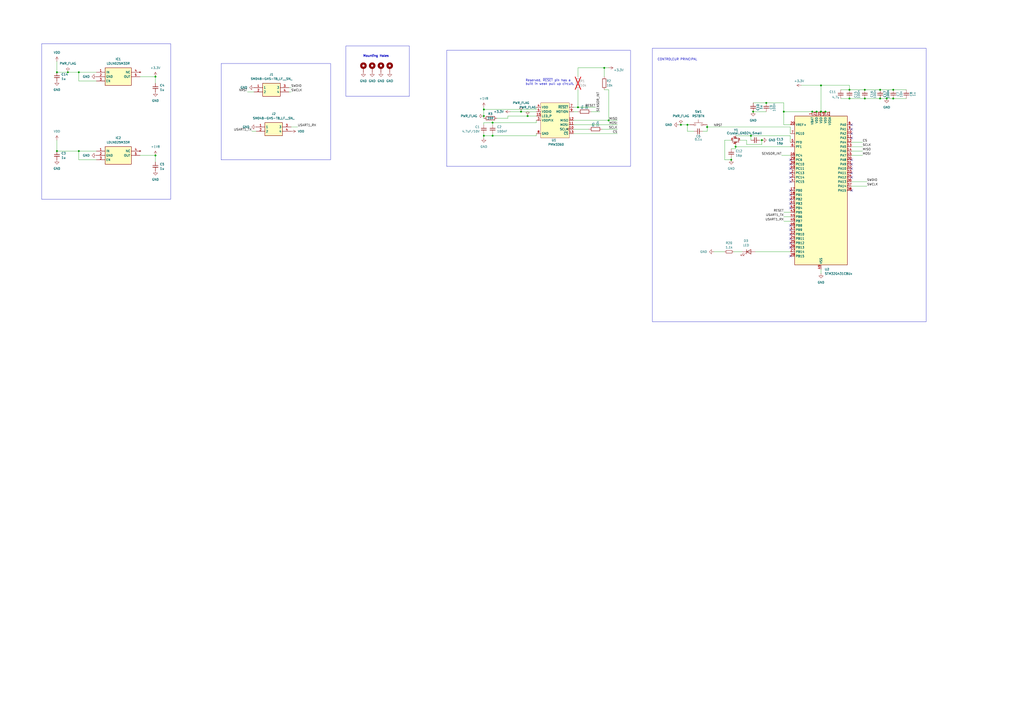
<source format=kicad_sch>
(kicad_sch (version 20250114) (generator "eeschema") (generator_version "9.0")
  (paper "A2")
  (lib_symbols
    (symbol "Device:C_Small" (pin_numbers (hide yes)) (pin_names (offset 0.254) (hide yes))
      (property "Reference" "C" (at 0.254 1.778 0))
      (property "Value" "C_Small" (at 0.254 -2.032 0))
      (symbol "C_Small_0_1"
        (polyline (pts (xy -1.524 0.508) (xy 1.524 0.508)) (stroke (width 0.3048)))
        (polyline (pts (xy -1.524 -0.508) (xy 1.524 -0.508)) (stroke (width 0.3302)))
      )
      (symbol "C_Small_1_1"
        (pin passive line (at 0 2.54 270) (length 2.032) (name "~") (number "1"))
        (pin passive line (at 0 -2.54 90) (length 2.032) (name "~") (number "2"))
      )
    )
    (symbol "Device:Crystal_GND24_Small" (pin_names (offset 1.016) (hide yes))
      (property "Reference" "Y" (at 1.27 4.445 0))
      (property "Value" "Crystal_GND24_Small" (at 1.27 2.54 0))
      (symbol "Crystal_GND24_Small_0_1"
        (polyline (pts (xy -1.27 1.27) (xy -1.27 1.905) (xy 1.27 1.905) (xy 1.27 1.27)))
        (polyline (pts (xy -1.27 -0.762) (xy -1.27 0.762)) (stroke (width 0.381)))
        (polyline (pts (xy -1.27 -1.27) (xy -1.27 -1.905) (xy 1.27 -1.905) (xy 1.27 -1.27)))
        (rectangle (start -0.762 -1.524) (end 0.762 1.524))
        (polyline (pts (xy 1.27 -0.762) (xy 1.27 0.762)) (stroke (width 0.381)))
      )
      (symbol "Crystal_GND24_Small_1_1"
        (pin passive line (at -2.54 0 0) (length 1.27) (name "1") (number "1"))
        (pin passive line (at 0 2.54 270) (length 0.635) (name "4") (number "4"))
        (pin passive line (at 0 -2.54 90) (length 0.635) (name "2") (number "2"))
        (pin passive line (at 2.54 0 180) (length 1.27) (name "3") (number "3"))
      )
    )
    (symbol "Device:LED" (pin_numbers (hide yes)) (pin_names (offset 1.016) (hide yes))
      (property "Reference" "D" (at 0 2.54 0))
      (property "Value" "LED" (at 0 -2.54 0))
      (symbol "LED_0_1"
        (polyline (pts (xy -3.048 -0.762) (xy -4.572 -2.286) (xy -3.81 -2.286) (xy -4.572 -2.286) (xy -4.572 -1.524)))
        (polyline (pts (xy -1.778 -0.762) (xy -3.302 -2.286) (xy -2.54 -2.286) (xy -3.302 -2.286) (xy -3.302 -1.524)))
        (polyline (pts (xy -1.27 0) (xy 1.27 0)))
        (polyline (pts (xy -1.27 -1.27) (xy -1.27 1.27)) (stroke (width 0.254)))
        (polyline (pts (xy 1.27 -1.27) (xy 1.27 1.27) (xy -1.27 0) (xy 1.27 -1.27)) (stroke (width 0.254)))
      )
      (symbol "LED_1_1"
        (pin passive line (at -3.81 0 0) (length 2.54) (name "K") (number "1"))
        (pin passive line (at 3.81 0 180) (length 2.54) (name "A") (number "2"))
      )
    )
    (symbol "Device:R" (pin_numbers (hide yes)) (pin_names (offset 0))
      (property "Reference" "R" (at 2.032 0 90))
      (property "Value" "R" (at 0 0 90))
      (symbol "R_0_1"
        (rectangle (start -1.016 -2.54) (end 1.016 2.54) (stroke (width 0.254)))
      )
      (symbol "R_1_1"
        (pin passive line (at 0 3.81 270) (length 1.27) (name "~") (number "1"))
        (pin passive line (at 0 -3.81 90) (length 1.27) (name "~") (number "2"))
      )
    )
    (symbol "Device:R_Small" (pin_numbers (hide yes)) (pin_names (offset 0.254) (hide yes))
      (property "Reference" "R" (at 0.762 0.508 0))
      (property "Value" "R_Small" (at 0.762 -1.016 0))
      (symbol "R_Small_0_1"
        (rectangle (start -0.762 1.778) (end 0.762 -1.778) (stroke (width 0.2032)))
      )
      (symbol "R_Small_1_1"
        (pin passive line (at 0 2.54 270) (length 0.762) (name "~") (number "1"))
        (pin passive line (at 0 -2.54 90) (length 0.762) (name "~") (number "2"))
      )
    )
    (symbol "GND_1" (power) (pin_numbers (hide yes)) (pin_names (offset 0) (hide yes))
      (property "Value" "GND" (at 0 -3.81 0))
      (symbol "GND_1_0_1"
        (polyline (pts (xy 0 0) (xy 0 -1.27) (xy 1.27 -1.27) (xy 0 -2.54) (xy -1.27 -1.27) (xy 0 -1.27)))
      )
      (symbol "GND_1_1_1"
        (pin power_in line (at 0 0 270) (length 0) (name "~") (number "1"))
      )
    )
    (symbol "Mechanical:MountingHole_Pad" (pin_numbers (hide yes)) (pin_names (offset 1.016) (hide yes))
      (property "Reference" "H" (at 0 6.35 0))
      (property "Value" "MountingHole_Pad" (at 0 4.445 0))
      (symbol "MountingHole_Pad_0_1"
        (circle (center 0 1.27) (radius 1.27) (stroke (width 1.27)))
      )
      (symbol "MountingHole_Pad_1_1"
        (pin input line (at 0 -2.54 90) (length 2.54) (name "1") (number "1"))
      )
    )
    (symbol "PMW3360_PCB:PMW3360DM-T2QU"
      (property "Reference" "U?" (at -6.35 -13.97 0))
      (property "Value" "PMW3360DM-T2QU" (at 1.27 -11.43 0))
      (symbol "PMW3360DM-T2QU_0_1"
        (rectangle (start -7.62 10.16) (end 8.89 -10.16) (fill (type background)))
      )
      (symbol "PMW3360DM-T2QU_1_1"
        (pin power_in line (at -10.16 7.62 0) (length 2.54) (name "VDD") (number "4"))
        (pin power_in line (at -10.16 5.08 0) (length 2.54) (name "VDDIO") (number "5"))
        (pin power_in line (at -10.16 2.54 0) (length 2.54) (name "LED_P") (number "15"))
        (pin power_out line (at -10.16 0 0) (length 2.54) (name "VDDPIX") (number "3"))
        (pin power_in line (at -10.16 -7.62 0) (length 2.54) (name "GND") (number "8"))
        (pin no_connect line (at -1.27 21.59 180) (length 2.54) (hide yes) (name "NC") (number "16"))
        (pin no_connect inverted (at -1.27 19.05 180) (length 2.54) (hide yes) (name "NC") (number "14"))
        (pin no_connect line (at -1.27 16.51 180) (length 2.54) (hide yes) (name "NC") (number "2"))
        (pin no_connect line (at -1.27 13.97 180) (length 2.54) (hide yes) (name "NC") (number "1"))
        (pin no_connect line (at -1.27 11.43 180) (length 2.54) (hide yes) (name "NC") (number "6"))
        (pin input line (at 11.43 7.62 180) (length 2.54) (name "~{RESET}") (number "7"))
        (pin output line (at 11.43 5.08 180) (length 2.54) (name "MOTION") (number "9"))
        (pin output line (at 11.43 0 180) (length 2.54) (name "MISO") (number "12"))
        (pin input line (at 11.43 -2.54 180) (length 2.54) (name "MOSI") (number "11"))
        (pin input clock (at 11.43 -5.08 180) (length 2.54) (name "SCLK") (number "10"))
        (pin input line (at 11.43 -7.62 180) (length 2.54) (name "~{CS}") (number "13"))
      )
    )
    (symbol "STM32G431CBUx_1"
      (property "Reference" "U" (at -15.24 44.45 0))
      (property "Value" "STM32G431CBUx" (at 7.62 44.45 0))
      (symbol "STM32G431CBUx_1_0_1"
        (rectangle (start -15.24 -43.18) (end 15.24 43.18) (stroke (width 0.254)) (fill (type background)))
      )
      (symbol "STM32G431CBUx_1_1_1"
        (pin input line (at -17.78 38.1 0) (length 2.54) (name "VREF+") (number "20"))
        (pin bidirectional line (at -17.78 33.02 0) (length 2.54) (name "PG10") (number "7"))
        (pin bidirectional line (at -17.78 27.94 0) (length 2.54) (name "PF0") (number "5"))
        (pin bidirectional line (at -17.78 25.4 0) (length 2.54) (name "PF1") (number "6"))
        (pin bidirectional line (at -17.78 20.32 0) (length 2.54) (name "PC4") (number "16"))
        (pin bidirectional line (at -17.78 17.78 0) (length 2.54) (name "PC6") (number "29"))
        (pin bidirectional line (at -17.78 15.24 0) (length 2.54) (name "PC10") (number "39"))
        (pin bidirectional line (at -17.78 12.7 0) (length 2.54) (name "PC11") (number "40"))
        (pin bidirectional line (at -17.78 10.16 0) (length 2.54) (name "PC13") (number "2"))
        (pin bidirectional line (at -17.78 7.62 0) (length 2.54) (name "PC14") (number "3"))
        (pin bidirectional line (at -17.78 5.08 0) (length 2.54) (name "PC15") (number "4"))
        (pin bidirectional line (at -17.78 0 0) (length 2.54) (name "PB0") (number "17"))
        (pin bidirectional line (at -17.78 -2.54 0) (length 2.54) (name "PB1") (number "18"))
        (pin bidirectional line (at -17.78 -5.08 0) (length 2.54) (name "PB2") (number "19"))
        (pin bidirectional line (at -17.78 -7.62 0) (length 2.54) (name "PB3") (number "41"))
        (pin bidirectional line (at -17.78 -10.16 0) (length 2.54) (name "PB4") (number "42"))
        (pin bidirectional line (at -17.78 -12.7 0) (length 2.54) (name "PB5") (number "43"))
        (pin bidirectional line (at -17.78 -15.24 0) (length 2.54) (name "PB6") (number "44"))
        (pin bidirectional line (at -17.78 -17.78 0) (length 2.54) (name "PB7") (number "45"))
        (pin bidirectional line (at -17.78 -20.32 0) (length 2.54) (name "PB8") (number "46"))
        (pin bidirectional line (at -17.78 -22.86 0) (length 2.54) (name "PB9") (number "47"))
        (pin bidirectional line (at -17.78 -25.4 0) (length 2.54) (name "PB10") (number "22"))
        (pin bidirectional line (at -17.78 -27.94 0) (length 2.54) (name "PB11") (number "24"))
        (pin bidirectional line (at -17.78 -30.48 0) (length 2.54) (name "PB12") (number "25"))
        (pin bidirectional line (at -17.78 -33.02 0) (length 2.54) (name "PB13") (number "26"))
        (pin bidirectional line (at -17.78 -35.56 0) (length 2.54) (name "PB14") (number "27"))
        (pin bidirectional line (at -17.78 -38.1 0) (length 2.54) (name "PB15") (number "28"))
        (pin power_in line (at -5.08 45.72 270) (length 2.54) (name "VBAT") (number "1"))
        (pin power_in line (at -2.54 45.72 270) (length 2.54) (name "VDD") (number "23"))
        (pin power_in line (at 0 45.72 270) (length 2.54) (name "VDD") (number "35"))
        (pin power_in line (at 0 -45.72 90) (length 2.54) (name "VSS") (number "49"))
        (pin power_in line (at 2.54 45.72 270) (length 2.54) (name "VDD") (number "48"))
        (pin power_in line (at 5.08 45.72 270) (length 2.54) (name "VDDA") (number "21"))
        (pin bidirectional line (at 17.78 38.1 180) (length 2.54) (name "PA0") (number "8"))
        (pin bidirectional line (at 17.78 35.56 180) (length 2.54) (name "PA1") (number "9"))
        (pin bidirectional line (at 17.78 33.02 180) (length 2.54) (name "PA2") (number "10"))
        (pin bidirectional line (at 17.78 30.48 180) (length 2.54) (name "PA3") (number "11"))
        (pin bidirectional line (at 17.78 27.94 180) (length 2.54) (name "PA4") (number "12"))
        (pin bidirectional line (at 17.78 25.4 180) (length 2.54) (name "PA5") (number "13"))
        (pin bidirectional line (at 17.78 22.86 180) (length 2.54) (name "PA6") (number "14"))
        (pin bidirectional line (at 17.78 20.32 180) (length 2.54) (name "PA7") (number "15"))
        (pin bidirectional line (at 17.78 17.78 180) (length 2.54) (name "PA8") (number "30"))
        (pin bidirectional line (at 17.78 15.24 180) (length 2.54) (name "PA9") (number "31"))
        (pin bidirectional line (at 17.78 12.7 180) (length 2.54) (name "PA10") (number "32"))
        (pin bidirectional line (at 17.78 10.16 180) (length 2.54) (name "PA11") (number "33"))
        (pin bidirectional line (at 17.78 7.62 180) (length 2.54) (name "PA12") (number "34"))
        (pin bidirectional line (at 17.78 5.08 180) (length 2.54) (name "PA13") (number "36"))
        (pin bidirectional line (at 17.78 2.54 180) (length 2.54) (name "PA14") (number "37"))
        (pin bidirectional line (at 17.78 0 180) (length 2.54) (name "PA15") (number "38"))
      )
    )
    (symbol "Switch:SW_Push" (pin_numbers (hide yes)) (pin_names (offset 1.016) (hide yes))
      (property "Reference" "SW" (at 1.27 2.54 0))
      (property "Value" "SW_Push" (at 0 -1.524 0))
      (symbol "SW_Push_0_1"
        (circle (center -2.032 0) (radius 0.508))
        (polyline (pts (xy 0 1.27) (xy 0 3.048)))
        (circle (center 2.032 0) (radius 0.508))
        (polyline (pts (xy 2.54 1.27) (xy -2.54 1.27)))
        (pin passive line (at -5.08 0 0) (length 2.54) (name "1") (number "1"))
        (pin passive line (at 5.08 0 180) (length 2.54) (name "2") (number "2"))
      )
    )
    (symbol "power:+1V8" (power) (pin_numbers (hide yes)) (pin_names (offset 0) (hide yes))
      (property "Value" "+1V8" (at 0 3.556 0))
      (symbol "+1V8_0_1"
        (polyline (pts (xy -0.762 1.27) (xy 0 2.54)))
        (polyline (pts (xy 0 2.54) (xy 0.762 1.27)))
        (polyline (pts (xy 0 0) (xy 0 2.54)))
      )
      (symbol "+1V8_1_1"
        (pin power_in line (at 0 0 90) (length 0) (name "~") (number "1"))
      )
    )
    (symbol "power:+3.3V" (power) (pin_numbers (hide yes)) (pin_names (offset 0) (hide yes))
      (property "Value" "+3.3V" (at 0 3.556 0))
      (symbol "+3.3V_0_1"
        (polyline (pts (xy -0.762 1.27) (xy 0 2.54)))
        (polyline (pts (xy 0 2.54) (xy 0.762 1.27)))
        (polyline (pts (xy 0 0) (xy 0 2.54)))
      )
      (symbol "+3.3V_1_1"
        (pin power_in line (at 0 0 90) (length 0) (name "~") (number "1"))
      )
    )
    (symbol "power:PWR_FLAG" (power) (pin_numbers (hide yes)) (pin_names (offset 0) (hide yes))
      (property "Value" "PWR_FLAG" (at 0 3.81 0))
      (symbol "PWR_FLAG_0_0"
        (pin power_out line (at 0 0 90) (length 0) (name "~") (number "1"))
      )
      (symbol "PWR_FLAG_0_1"
        (polyline (pts (xy 0 0) (xy 0 1.27) (xy -1.016 1.905) (xy 0 2.54) (xy 1.016 1.905) (xy 0 1.27)))
      )
    )
    (symbol "power:VDD" (power) (pin_numbers (hide yes)) (pin_names (offset 0) (hide yes))
      (property "Value" "VDD" (at 0 3.556 0))
      (symbol "VDD_0_1"
        (polyline (pts (xy -0.762 1.27) (xy 0 2.54)))
        (polyline (pts (xy 0 2.54) (xy 0.762 1.27)))
        (polyline (pts (xy 0 0) (xy 0 2.54)))
      )
      (symbol "VDD_1_1"
        (pin power_in line (at 0 0 90) (length 0) (name "~") (number "1"))
      )
    )
    (symbol "samacsys:LDLN025M33R"
      (property "Reference" "IC" (at 21.59 7.62 0))
      (property "Value" "LDLN025M33R" (at 21.59 5.08 0))
      (symbol "LDLN025M33R_1_1"
        (rectangle (start 5.08 2.54) (end 20.32 -7.62) (stroke (width 0.254)) (fill (type background)))
        (pin passive line (at 0 0 0) (length 5.08) (name "IN") (number "1"))
        (pin passive line (at 0 -2.54 0) (length 5.08) (name "GND") (number "2"))
        (pin passive line (at 0 -5.08 0) (length 5.08) (name "EN") (number "3"))
        (pin no_connect line (at 25.4 0 180) (length 5.08) (name "NC") (number "4"))
        (pin passive line (at 25.4 -2.54 180) (length 5.08) (name "OUT") (number "5"))
      )
    )
    (symbol "samacsys:SM04B-GHS-TB_LF__SN_"
      (property "Reference" "J" (at 16.51 7.62 0))
      (property "Value" "SM04B-GHS-TB_LF__SN_" (at 16.51 5.08 0))
      (symbol "SM04B-GHS-TB_LF__SN__1_1"
        (rectangle (start 5.08 2.54) (end 15.24 -5.08) (stroke (width 0.254)) (fill (type background)))
        (pin passive line (at 0 0 0) (length 5.08) (name "1") (number "1"))
        (pin passive line (at 0 -2.54 0) (length 5.08) (name "2") (number "2"))
        (pin passive line (at 20.32 0 180) (length 5.08) (name "3") (number "3"))
        (pin passive line (at 20.32 -2.54 180) (length 5.08) (name "4") (number "4"))
      )
    )
  )
  (rectangle (start 128.27 36.83) (end 191.77 92.71))
  (rectangle (start 24.13 25.4) (end 99.06 115.57))
  (rectangle (start 259.08 29.21) (end 365.76 96.52))
  (rectangle (start 200.66 26.67) (end 237.49 55.88))
  (rectangle (start 378.46 27.94) (end 537.21 186.69))
  (text "Reserved, ~{RESET} pin has a \nbuilt in weak pull up circuit." (at 304.8 49.53 0) (effects (font (size 1.27 1.27)) (justify left bottom)))
  (text "CONTROLEUR PRINCIPAL" (at 392.938 34.544 0) (effects (font (size 1.27 1.27))))
  (text "Mounting Holes" (at 210.566 33.274 0) (effects (font (size 1.27 1.27) (thickness 0.254) (bold yes)) (justify left bottom)))
  (junction (at 501.65 57.15))
  (junction (at 33.02 41.91))
  (junction (at 492.76 57.15))
  (junction (at 285.75 78.74))
  (junction (at 514.35 57.15))
  (junction (at 501.65 52.07))
  (junction (at 510.54 57.15))
  (junction (at 45.72 41.91))
  (junction (at 426.72 85.09))
  (junction (at 444.5 59.69))
  (junction (at 90.17 90.17))
  (junction (at 306.07 67.31))
  (junction (at 45.72 87.63))
  (junction (at 518.16 57.15))
  (junction (at 510.54 52.07))
  (junction (at 335.28 62.23))
  (junction (at 350.52 39.37))
  (junction (at 471.17 64.77))
  (junction (at 476.25 49.53))
  (junction (at 353.06 69.85))
  (junction (at 454.66 64.77))
  (junction (at 435.61 78.74))
  (junction (at 302.26 64.77))
  (junction (at 39.37 41.91))
  (junction (at 424.18 92.71))
  (junction (at 476.25 64.77))
  (junction (at 280.67 63.5))
  (junction (at 478.79 64.77))
  (junction (at 398.78 72.39))
  (junction (at 280.67 67.31))
  (junction (at 518.16 52.07))
  (junction (at 473.71 64.77))
  (junction (at 394.97 72.39))
  (junction (at 285.75 71.12))
  (junction (at 280.67 78.74))
  (junction (at 33.02 87.63))
  (junction (at 90.17 44.45))
  (junction (at 441.96 81.28))
  (junction (at 436.88 64.77))
  (junction (at 410.21 73.66))
  (junction (at 492.76 52.07))
  (no_connect (at 458.47 120.65))
  (no_connect (at 458.47 95.25))
  (no_connect (at 458.47 140.97))
  (no_connect (at 494.03 92.71))
  (no_connect (at 494.03 80.01))
  (no_connect (at 458.47 143.51))
  (no_connect (at 458.47 100.33))
  (no_connect (at 494.03 95.25))
  (no_connect (at 458.47 92.71))
  (no_connect (at 494.03 77.47))
  (no_connect (at 458.47 138.43))
  (no_connect (at 494.03 100.33))
  (no_connect (at 458.47 113.03))
  (no_connect (at 458.47 115.57))
  (no_connect (at 458.47 105.41))
  (no_connect (at 458.47 118.11))
  (no_connect (at 458.47 135.89))
  (no_connect (at 458.47 148.59))
  (no_connect (at 458.47 130.81))
  (no_connect (at 458.47 110.49))
  (no_connect (at 494.03 102.87))
  (no_connect (at 458.47 97.79))
  (no_connect (at 458.47 133.35))
  (no_connect (at 494.03 110.49))
  (no_connect (at 458.47 102.87))
  (no_connect (at 494.03 97.79))
  (no_connect (at 494.03 74.93))
  (no_connect (at 494.03 72.39))
  (wire (pts (xy 435.61 78.74) (xy 458.47 78.74)))
  (wire (pts (xy 45.72 92.71) (xy 45.72 87.63)))
  (wire (pts (xy 45.72 41.91) (xy 55.88 41.91)))
  (wire (pts (xy 81.28 44.45) (xy 90.17 44.45)))
  (wire (pts (xy 458.47 73.66) (xy 458.47 77.47)))
  (wire (pts (xy 410.21 73.66) (xy 458.47 73.66)))
  (wire (pts (xy 33.02 87.63) (xy 45.72 87.63)))
  (wire (pts (xy 143.51 53.34) (xy 147.32 53.34)))
  (wire (pts (xy 487.68 57.15) (xy 492.76 57.15)))
  (wire (pts (xy 335.28 62.23) (xy 345.44 62.23)))
  (wire (pts (xy 476.25 64.77) (xy 478.79 64.77)))
  (wire (pts (xy 494.03 105.41) (xy 502.92 105.41)))
  (wire (pts (xy 454.66 125.73) (xy 458.47 125.73)))
  (wire (pts (xy 394.97 72.39) (xy 398.78 72.39)))
  (wire (pts (xy 332.74 62.23) (xy 335.28 62.23)))
  (wire (pts (xy 436.88 59.69) (xy 444.5 59.69)))
  (wire (pts (xy 55.88 46.99) (xy 45.72 46.99)))
  (wire (pts (xy 435.61 78.74) (xy 435.61 81.28)))
  (wire (pts (xy 492.76 52.07) (xy 501.65 52.07)))
  (wire (pts (xy 454.66 64.77) (xy 454.66 59.69)))
  (wire (pts (xy 454.66 64.77) (xy 454.66 72.39)))
  (wire (pts (xy 311.15 71.12) (xy 311.15 69.85)))
  (wire (pts (xy 353.06 52.07) (xy 350.52 52.07)))
  (wire (pts (xy 441.96 83.82) (xy 441.96 81.28)))
  (wire (pts (xy 500.38 82.55) (xy 494.03 82.55)))
  (wire (pts (xy 433.07 81.28) (xy 433.07 83.82)))
  (wire (pts (xy 473.71 64.77) (xy 476.25 64.77)))
  (wire (pts (xy 518.16 57.15) (xy 525.78 57.15)))
  (wire (pts (xy 90.17 44.45) (xy 90.17 48.26)))
  (wire (pts (xy 424.18 86.36) (xy 426.72 86.36)))
  (wire (pts (xy 349.25 74.93) (xy 358.14 74.93)))
  (wire (pts (xy 501.65 57.15) (xy 510.54 57.15)))
  (wire (pts (xy 280.67 63.5) (xy 280.67 67.31)))
  (wire (pts (xy 410.21 72.39) (xy 410.21 73.66)))
  (wire (pts (xy 55.88 92.71) (xy 45.72 92.71)))
  (wire (pts (xy 424.18 91.44) (xy 424.18 92.71)))
  (wire (pts (xy 311.15 78.74) (xy 311.15 77.47)))
  (wire (pts (xy 168.91 53.34) (xy 167.64 53.34)))
  (wire (pts (xy 172.72 73.66) (xy 168.91 73.66)))
  (wire (pts (xy 420.37 92.71) (xy 424.18 92.71)))
  (wire (pts (xy 402.59 76.2) (xy 398.78 76.2)))
  (wire (pts (xy 426.72 78.74) (xy 435.61 78.74)))
  (wire (pts (xy 440.69 81.28) (xy 441.96 81.28)))
  (wire (pts (xy 90.17 90.17) (xy 90.17 93.98)))
  (wire (pts (xy 514.35 57.15) (xy 518.16 57.15)))
  (wire (pts (xy 33.02 81.28) (xy 33.02 87.63)))
  (wire (pts (xy 280.67 67.31) (xy 280.67 68.58)))
  (wire (pts (xy 410.21 73.66) (xy 410.21 76.2)))
  (wire (pts (xy 350.52 39.37) (xy 350.52 44.45)))
  (wire (pts (xy 285.75 71.12) (xy 311.15 71.12)))
  (wire (pts (xy 454.66 59.69) (xy 444.5 59.69)))
  (wire (pts (xy 426.72 85.09) (xy 426.72 83.82)))
  (wire (pts (xy 424.18 81.28) (xy 420.37 81.28)))
  (wire (pts (xy 464.82 49.53) (xy 476.25 49.53)))
  (wire (pts (xy 454.66 128.27) (xy 458.47 128.27)))
  (wire (pts (xy 407.67 76.2) (xy 410.21 76.2)))
  (wire (pts (xy 285.75 78.74) (xy 311.15 78.74)))
  (wire (pts (xy 294.64 68.58) (xy 294.64 67.31)))
  (wire (pts (xy 476.25 156.21) (xy 476.25 158.75)))
  (wire (pts (xy 436.88 64.77) (xy 444.5 64.77)))
  (wire (pts (xy 476.25 49.53) (xy 492.76 49.53)))
  (wire (pts (xy 518.16 52.07) (xy 525.78 52.07)))
  (wire (pts (xy 492.76 49.53) (xy 492.76 52.07)))
  (wire (pts (xy 335.28 52.07) (xy 335.28 62.23)))
  (wire (pts (xy 510.54 52.07) (xy 518.16 52.07)))
  (wire (pts (xy 458.47 78.74) (xy 458.47 82.55)))
  (wire (pts (xy 33.02 41.91) (xy 39.37 41.91)))
  (wire (pts (xy 414.02 146.05) (xy 420.37 146.05)))
  (wire (pts (xy 306.07 67.31) (xy 311.15 67.31)))
  (wire (pts (xy 426.72 85.09) (xy 458.47 85.09)))
  (wire (pts (xy 280.67 63.5) (xy 311.15 63.5)))
  (wire (pts (xy 280.67 71.12) (xy 280.67 72.39)))
  (wire (pts (xy 353.06 52.07) (xy 353.06 69.85)))
  (wire (pts (xy 453.39 90.17) (xy 458.47 90.17)))
  (wire (pts (xy 420.37 81.28) (xy 420.37 92.71)))
  (wire (pts (xy 398.78 76.2) (xy 398.78 72.39)))
  (wire (pts (xy 311.15 63.5) (xy 311.15 62.23)))
  (wire (pts (xy 487.68 52.07) (xy 492.76 52.07)))
  (wire (pts (xy 494.03 87.63) (xy 500.38 87.63)))
  (wire (pts (xy 458.47 72.39) (xy 454.66 72.39)))
  (wire (pts (xy 332.74 69.85) (xy 353.06 69.85)))
  (wire (pts (xy 33.02 35.56) (xy 33.02 41.91)))
  (wire (pts (xy 335.28 39.37) (xy 335.28 44.45)))
  (wire (pts (xy 280.67 78.74) (xy 280.67 77.47)))
  (wire (pts (xy 45.72 46.99) (xy 45.72 41.91)))
  (wire (pts (xy 501.65 52.07) (xy 510.54 52.07)))
  (wire (pts (xy 335.28 39.37) (xy 350.52 39.37)))
  (wire (pts (xy 285.75 77.47) (xy 285.75 78.74)))
  (wire (pts (xy 353.06 39.37) (xy 350.52 39.37)))
  (wire (pts (xy 280.67 78.74) (xy 285.75 78.74)))
  (wire (pts (xy 393.7 72.39) (xy 394.97 72.39)))
  (wire (pts (xy 332.74 74.93) (xy 341.63 74.93)))
  (wire (pts (xy 438.15 146.05) (xy 458.47 146.05)))
  (wire (pts (xy 510.54 57.15) (xy 514.35 57.15)))
  (wire (pts (xy 302.26 64.77) (xy 311.15 64.77)))
  (wire (pts (xy 280.67 78.74) (xy 280.67 80.01)))
  (wire (pts (xy 353.06 69.85) (xy 358.14 69.85)))
  (wire (pts (xy 332.74 77.47) (xy 358.14 77.47)))
  (wire (pts (xy 494.03 107.95) (xy 502.92 107.95)))
  (wire (pts (xy 476.25 49.53) (xy 476.25 64.77)))
  (wire (pts (xy 81.28 90.17) (xy 90.17 90.17)))
  (wire (pts (xy 45.72 87.63) (xy 55.88 87.63)))
  (wire (pts (xy 39.37 41.91) (xy 45.72 41.91)))
  (wire (pts (xy 285.75 72.39) (xy 285.75 71.12)))
  (wire (pts (xy 342.9 64.77) (xy 347.98 64.77)))
  (wire (pts (xy 280.67 71.12) (xy 285.75 71.12)))
  (wire (pts (xy 425.45 146.05) (xy 430.53 146.05)))
  (wire (pts (xy 478.79 64.77) (xy 481.33 64.77)))
  (wire (pts (xy 494.03 85.09) (xy 500.38 85.09)))
  (wire (pts (xy 294.64 67.31) (xy 306.07 67.31)))
  (wire (pts (xy 332.74 72.39) (xy 358.14 72.39)))
  (wire (pts (xy 492.76 57.15) (xy 501.65 57.15)))
  (wire (pts (xy 295.91 64.77) (xy 302.26 64.77)))
  (wire (pts (xy 471.17 64.77) (xy 473.71 64.77)))
  (wire (pts (xy 433.07 83.82) (xy 441.96 83.82)))
  (wire (pts (xy 398.78 72.39) (xy 400.05 72.39)))
  (wire (pts (xy 168.91 50.8) (xy 167.64 50.8)))
  (wire (pts (xy 426.72 86.36) (xy 426.72 85.09)))
  (wire (pts (xy 288.29 68.58) (xy 294.64 68.58)))
  (wire (pts (xy 146.05 76.2) (xy 148.59 76.2)))
  (wire (pts (xy 332.74 64.77) (xy 335.28 64.77)))
  (wire (pts (xy 280.67 62.23) (xy 280.67 63.5)))
  (wire (pts (xy 454.66 64.77) (xy 471.17 64.77)))
  (wire (pts (xy 454.66 123.19) (xy 458.47 123.19)))
  (wire (pts (xy 429.26 81.28) (xy 433.07 81.28)))
  (wire (pts (xy 494.03 90.17) (xy 500.38 90.17)))
  (label "SWCLK" (at 502.92 107.95 0))
  (label "MOSI" (at 358.14 72.39 180))
  (label "NRST" (at 143.51 53.34 180))
  (label "USART1_TX" (at 146.05 76.2 180))
  (label "SWDIO" (at 168.91 50.8 0))
  (label "USART1_RX" (at 454.66 128.27 180))
  (label "NRST" (at 414.02 73.66 0))
  (label "SCLK" (at 358.14 74.93 180))
  (label "SWDIO" (at 502.92 105.41 0))
  (label "RESET" (at 454.66 123.19 180))
  (label "CS" (at 358.14 77.47 180))
  (label "SCLK" (at 500.38 85.09 0))
  (label "USART1_TX" (at 454.66 125.73 180))
  (label "SWCLK" (at 168.91 53.34 0))
  (label "SENSOR_INT" (at 453.39 90.17 180))
  (label "RESET" (at 345.44 62.23 180))
  (label "MISO" (at 500.38 87.63 0))
  (label "CS" (at 500.38 82.55 0))
  (label "SENSOR_INT" (at 347.98 64.77 90))
  (label "MOSI" (at 500.38 90.17 0))
  (label "USART1_RX" (at 172.72 73.66 0))
  (label "MISO" (at 358.14 69.85 180))
  (symbol (lib_name "GND_1") (lib_id "power:GND") (at 215.9 41.91 0) (unit 1)
    (property "Reference" "#PWR07" (effects (hide yes)))
    (property "Value" "GND" (at 215.9 46.99 0))
    (property "Description" "Power symbol creates a global label with name \"GND\" , ground" (effects (hide yes)))
  )
  (symbol (lib_id "Device:R") (at 350.52 48.26 0) (unit 1)
    (property "Reference" "R2" (at 351.79 46.99 0) (effects (justify left)))
    (property "Value" "10k" (at 351.79 49.53 0) (effects (justify left)))
    (property "Footprint" "Resistor_SMD:R_0402_1005Metric" (effects (hide yes)))
  )
  (symbol (lib_id "power:PWR_FLAG") (at 306.07 67.31 0) (unit 1)
    (property "Reference" "#FLG04" (effects (hide yes)))
    (property "Value" "PWR_FLAG" (at 306.07 62.23 0))
    (property "Description" "Special symbol for telling ERC where power comes from" (effects (hide yes)))
  )
  (symbol (lib_id "Mechanical:MountingHole_Pad") (at 215.9 39.37 0) (unit 1) (in_bom no)
    (property "Reference" "H2" (effects (hide yes)))
    (property "Value" "MountingHole_Pad" (effects (hide yes)))
    (property "Footprint" "MountingHole:MountingHole_2.2mm_M2_ISO14580_Pad" (effects (hide yes)))
  )
  (symbol (lib_id "Device:C_Small") (at 405.13 76.2 90) (unit 1)
    (property "Reference" "C6" (at 405.13 78.994 90))
    (property "Value" "0.1u" (at 405.13 80.772 90))
    (property "Footprint" "Capacitor_SMD:C_0402_1005Metric" (effects (hide yes)))
    (property "Description" "Unpolarized capacitor, small symbol" (effects (hide yes)))
  )
  (symbol (lib_id "power:+1V8") (at 90.17 90.17 0) (unit 1)
    (property "Reference" "#PWR016" (effects (hide yes)))
    (property "Value" "+1V8" (at 90.17 85.09 0))
    (property "Description" "Power symbol creates a global label with name \"+1V8\"" (effects (hide yes)))
  )
  (symbol (lib_id "Mechanical:MountingHole_Pad") (at 210.82 39.37 0) (unit 1) (in_bom no)
    (property "Reference" "H1" (effects (hide yes)))
    (property "Value" "MountingHole_Pad" (effects (hide yes)))
    (property "Footprint" "MountingHole:MountingHole_2.2mm_M2_ISO14580_Pad" (effects (hide yes)))
  )
  (symbol (lib_id "power:+3.3V") (at 464.82 49.53 90) (unit 1)
    (property "Reference" "#PWR021" (effects (hide yes)))
    (property "Value" "+3.3V" (at 463.55 46.99 90))
    (property "Description" "Power symbol creates a global label with name \"+3.3V\"" (effects (hide yes)))
  )
  (symbol (lib_name "GND_1") (lib_id "power:GND") (at 90.17 99.06 0) (unit 1)
    (property "Reference" "#PWR024" (effects (hide yes)))
    (property "Value" "GND" (at 90.17 104.14 0))
    (property "Description" "Power symbol creates a global label with name \"GND\" , ground" (effects (hide yes)))
  )
  (symbol (lib_id "Device:R") (at 335.28 48.26 0) (unit 1) (dnp yes)
    (property "Reference" "R1" (at 336.55 46.99 0) (effects (justify left)))
    (property "Value" "10k" (at 336.55 49.53 0) (effects (justify left)))
    (property "Footprint" "Resistor_SMD:R_0402_1005Metric" (effects (hide yes)))
  )
  (symbol (lib_id "samacsys:LDLN025M33R") (at 55.88 87.63 0) (unit 1)
    (property "Reference" "IC2" (at 68.58 80.01 0))
    (property "Value" "LDLN025M33R" (at 68.58 82.55 0))
    (property "Footprint" "samacsys:SOT95P280X145-5N" (effects (hide yes)))
    (property "Datasheet" "https://rs.componentsearchengine.com/Datasheets/1/LDLN025M33R.pdf" (effects (hide yes)))
    (property "Description" "LDO Voltage Regulators 250 mA ultra-low noise LDO" (effects (hide yes)))
    (property "Height" "1.45" (effects (hide yes)))
    (property "Manufacturer_Name" "STMicroelectronics" (effects (hide yes)))
    (property "Manufacturer_Part_Number" "LDLN025M33R" (effects (hide yes)))
    (property "Mouser Part Number" "511-LDLN025M33R" (effects (hide yes)))
    (property "Mouser Price/Stock" "https://www.mouser.co.uk/ProductDetail/STMicroelectronics/LDLN025M33R?qs=5aG0NVq1C4wkprWxgY3RZA%3D%3D" (effects (hide yes)))
    (property "Arrow Part Number" "LDLN025M33R" (effects (hide yes)))
    (property "Arrow Price/Stock" "https://www.arrow.com/en/products/ldln025m33r/stmicroelectronics?utm_currency=USD&region=nac" (effects (hide yes)))
  )
  (symbol (lib_name "GND_1") (lib_id "power:GND") (at 147.32 50.8 270) (unit 1)
    (property "Reference" "#PWR025" (effects (hide yes)))
    (property "Value" "GND" (at 143.51 50.7999 90) (effects (justify right)))
    (property "Description" "Power symbol creates a global label with name \"GND\" , ground" (effects (hide yes)))
  )
  (symbol (lib_id "Device:C_Small") (at 438.15 81.28 270) (unit 1)
    (property "Reference" "C13" (at 452.374 80.772 90))
    (property "Value" "16p" (at 452.374 83.058 90))
    (property "Footprint" "Capacitor_SMD:C_0402_1005Metric" (effects (hide yes)))
    (property "Description" "Unpolarized capacitor, small symbol" (effects (hide yes)))
  )
  (symbol (lib_name "GND_1") (lib_id "power:GND") (at 226.06 41.91 0) (unit 1)
    (property "Reference" "#PWR05" (effects (hide yes)))
    (property "Value" "GND" (at 226.06 46.99 0))
    (property "Description" "Power symbol creates a global label with name \"GND\" , ground" (effects (hide yes)))
  )
  (symbol (lib_id "power:PWR_FLAG") (at 394.97 72.39 0) (unit 1)
    (property "Reference" "#FLG01" (effects (hide yes)))
    (property "Value" "PWR_FLAG" (at 394.97 67.31 0))
    (property "Description" "Special symbol for telling ERC where power comes from" (effects (hide yes)))
  )
  (symbol (lib_id "Device:C_Small") (at 424.18 88.9 0) (unit 1)
    (property "Reference" "C12" (at 426.72 87.6362 0) (effects (justify left)))
    (property "Value" "16p" (at 426.72 90.1762 0) (effects (justify left)))
    (property "Footprint" "Capacitor_SMD:C_0402_1005Metric" (effects (hide yes)))
    (property "Description" "Unpolarized capacitor, small symbol" (effects (hide yes)))
  )
  (symbol (lib_id "power:VDD") (at 168.91 76.2 270) (unit 1)
    (property "Reference" "#PWR027" (effects (hide yes)))
    (property "Value" "VDD" (at 172.72 76.1999 90) (effects (justify left)))
    (property "Description" "Power symbol creates a global label with name \"VDD\"" (effects (hide yes)))
  )
  (symbol (lib_id "power:VDD") (at 33.02 35.56 0) (unit 1)
    (property "Reference" "#PWR012" (effects (hide yes)))
    (property "Value" "VDD" (at 33.02 30.48 0))
    (property "Description" "Power symbol creates a global label with name \"VDD\"" (effects (hide yes)))
  )
  (symbol (lib_id "Device:C_Small") (at 492.76 54.61 180) (unit 1)
    (property "Reference" "C15" (at 496.316 54.864 90))
    (property "Value" "100n" (at 498.094 54.61 90))
    (property "Footprint" "Capacitor_SMD:C_0402_1005Metric" (effects (hide yes)))
    (property "Description" "Unpolarized capacitor, small symbol" (effects (hide yes)))
  )
  (symbol (lib_id "Device:C_Small") (at 444.5 62.23 180) (unit 1)
    (property "Reference" "C9" (at 447.294 62.23 90))
    (property "Value" "100n" (at 449.072 62.23 90))
    (property "Footprint" "Capacitor_SMD:C_0402_1005Metric" (effects (hide yes)))
    (property "Description" "Unpolarized capacitor, small symbol" (effects (hide yes)))
  )
  (symbol (lib_name "GND_1") (lib_id "power:GND") (at 90.17 53.34 0) (unit 1)
    (property "Reference" "#PWR09" (effects (hide yes)))
    (property "Value" "GND" (at 90.17 58.42 0))
    (property "Description" "Power symbol creates a global label with name \"GND\" , ground" (effects (hide yes)))
  )
  (symbol (lib_id "PMW3360_PCB:PMW3360DM-T2QU") (at 321.31 69.85 0) (unit 1)
    (property "Reference" "U1" (at 321.31 81.28 0))
    (property "Value" "PMW3360" (at 322.58 83.82 0))
    (property "Footprint" "samacsys:PMW3360" (effects (hide yes)))
    (property "Datasheet" "https://www.pixart.com/products-detail/tw/10/PMW3360DM-T2QU" (effects (hide yes)))
  )
  (symbol (lib_id "power:+1V8") (at 280.67 62.23 0) (unit 1)
    (property "Reference" "#PWR02" (effects (hide yes)))
    (property "Value" "+1V8" (at 280.67 57.15 0))
    (property "Description" "Power symbol creates a global label with name \"+1V8\"" (effects (hide yes)))
  )
  (symbol (lib_name "GND_1") (lib_id "power:GND") (at 210.82 41.91 0) (unit 1)
    (property "Reference" "#PWR08" (effects (hide yes)))
    (property "Value" "GND" (at 210.82 46.99 0))
    (property "Description" "Power symbol creates a global label with name \"GND\" , ground" (effects (hide yes)))
  )
  (symbol (lib_name "GND_1") (lib_id "power:GND") (at 148.59 73.66 270) (unit 1)
    (property "Reference" "#PWR026" (effects (hide yes)))
    (property "Value" "GND" (at 144.78 73.6599 90) (effects (justify right)))
    (property "Description" "Power symbol creates a global label with name \"GND\" , ground" (effects (hide yes)))
  )
  (symbol (lib_id "Mechanical:MountingHole_Pad") (at 226.06 39.37 0) (unit 1) (in_bom no)
    (property "Reference" "H4" (effects (hide yes)))
    (property "Value" "MountingHole_Pad" (effects (hide yes)))
    (property "Footprint" "MountingHole:MountingHole_2.2mm_M2_ISO14580_Pad" (effects (hide yes)))
  )
  (symbol (lib_name "GND_1") (lib_id "power:GND") (at 414.02 146.05 270) (unit 1)
    (property "Reference" "#PWR029" (effects (hide yes)))
    (property "Value" "GND" (at 410.21 146.0499 90) (effects (justify right)))
    (property "Description" "Power symbol creates a global label with name \"GND\" , ground" (effects (hide yes)))
  )
  (symbol (lib_id "power:PWR_FLAG") (at 280.67 67.31 90) (unit 1)
    (property "Reference" "#FLG05" (effects (hide yes)))
    (property "Value" "PWR_FLAG" (at 276.86 67.3099 90) (effects (justify left)))
    (property "Description" "Special symbol for telling ERC where power comes from" (effects (hide yes)))
  )
  (symbol (lib_id "Device:C_Small") (at 510.54 54.61 180) (unit 1)
    (property "Reference" "C17" (at 513.334 54.61 90))
    (property "Value" "100n" (at 515.112 54.61 90))
    (property "Footprint" "Capacitor_SMD:C_0402_1005Metric" (effects (hide yes)))
    (property "Description" "Unpolarized capacitor, small symbol" (effects (hide yes)))
  )
  (symbol (lib_id "Device:C_Small") (at 436.88 62.23 180) (unit 1)
    (property "Reference" "C10" (at 439.674 62.23 90))
    (property "Value" "1u" (at 441.452 62.23 90))
    (property "Footprint" "Capacitor_SMD:C_0402_1005Metric" (effects (hide yes)))
    (property "Description" "Unpolarized capacitor, small symbol" (effects (hide yes)))
  )
  (symbol (lib_name "GND_1") (lib_id "power:GND") (at 55.88 90.17 270) (unit 1)
    (property "Reference" "#PWR014" (effects (hide yes)))
    (property "Value" "GND" (at 52.07 90.1699 90) (effects (justify right)))
    (property "Description" "Power symbol creates a global label with name \"GND\" , ground" (effects (hide yes)))
  )
  (symbol (lib_name "STM32G431CBUx_1") (lib_id "MCU_ST_STM32G4:STM32G431CBUx") (at 476.25 110.49 0) (unit 1)
    (property "Reference" "U2" (at 478.3933 156.21 0) (effects (justify left)))
    (property "Value" "STM32G431CBUx" (at 478.3933 158.75 0) (effects (justify left)))
    (property "Footprint" "Package_DFN_QFN:QFN-48-1EP_7x7mm_P0.5mm_EP5.6x5.6mm" (effects (hide yes)))
    (property "Datasheet" "https://www.st.com/resource/en/datasheet/stm32g431cb.pdf" (effects (hide yes)))
    (property "Description" "STMicroelectronics Arm Cortex-M4 MCU, 128KB flash, 32KB RAM, 170 MHz, 1.71-3.6V, 42 GPIO, UFQFPN48" (effects (hide yes)))
  )
  (symbol (lib_id "power:PWR_FLAG") (at 39.37 41.91 0) (unit 1)
    (property "Reference" "#FLG02" (effects (hide yes)))
    (property "Value" "PWR_FLAG" (at 39.37 36.83 0))
    (property "Description" "Special symbol for telling ERC where power comes from" (effects (hide yes)))
  )
  (symbol (lib_id "power:+3.3V") (at 353.06 39.37 270) (unit 1)
    (property "Reference" "#PWR03" (effects (hide yes)))
    (property "Value" "+3.3V" (at 358.902 40.64 90))
    (property "Description" "Power symbol creates a global label with name \"+3.3V\"" (effects (hide yes)))
  )
  (symbol (lib_id "Device:C_Small") (at 525.78 54.61 180) (unit 1)
    (property "Reference" "C8" (at 528.574 54.61 90))
    (property "Value" "1u" (at 530.352 54.61 90))
    (property "Footprint" "Capacitor_SMD:C_0402_1005Metric" (effects (hide yes)))
    (property "Description" "Unpolarized capacitor, small symbol" (effects (hide yes)))
  )
  (symbol (lib_id "Device:C_Small") (at 33.02 90.17 0) (unit 1)
    (property "Reference" "C3" (at 35.56 88.9 0) (effects (justify left)))
    (property "Value" "1u" (at 35.56 91.44 0) (effects (justify left)))
    (property "Footprint" "Capacitor_SMD:C_0402_1005Metric" (effects (hide yes)))
  )
  (symbol (lib_id "Device:C_Small") (at 285.75 74.93 0) (unit 1)
    (property "Reference" "C2" (at 288.29 73.66 0) (effects (justify left)))
    (property "Value" "100nF" (at 288.29 76.2 0) (effects (justify left)))
    (property "Footprint" "Capacitor_SMD:C_0402_1005Metric" (effects (hide yes)))
  )
  (symbol (lib_name "GND_1") (lib_id "power:GND") (at 393.7 72.39 270) (unit 1)
    (property "Reference" "#PWR04" (effects (hide yes)))
    (property "Value" "GND" (at 389.89 72.3899 90) (effects (justify right)))
    (property "Description" "Power symbol creates a global label with name \"GND\" , ground" (effects (hide yes)))
  )
  (symbol (lib_id "Switch:SW_Push") (at 405.13 72.39 0) (unit 1)
    (property "Reference" "SW1" (at 405.13 64.77 0))
    (property "Value" "RSTBTN" (at 405.13 67.31 0))
    (property "Footprint" "samacsys:KXT341LHS" (effects (hide yes)))
    (property "Description" "Push button switch, generic, two pins" (effects (hide yes)))
  )
  (symbol (lib_id "Device:C_Small") (at 280.67 74.93 0) (unit 1)
    (property "Reference" "C1" (at 275.59 73.66 0) (effects (justify left)))
    (property "Value" "4.7uF/10V" (at 267.97 76.2 0) (effects (justify left)))
    (property "Footprint" "Capacitor_SMD:C_0603_1608Metric_Pad1.08x0.95mm_HandSolder" (effects (hide yes)))
  )
  (symbol (lib_name "GND_1") (lib_id "power:GND") (at 514.35 57.15 0) (unit 1)
    (property "Reference" "#PWR023" (effects (hide yes)))
    (property "Value" "GND" (at 514.35 62.23 0))
    (property "Description" "Power symbol creates a global label with name \"GND\" , ground" (effects (hide yes)))
  )
  (symbol (lib_name "GND_1") (lib_id "power:GND") (at 55.88 44.45 270) (unit 1)
    (property "Reference" "#PWR013" (effects (hide yes)))
    (property "Value" "GND" (at 52.07 44.4499 90) (effects (justify right)))
    (property "Description" "Power symbol creates a global label with name \"GND\" , ground" (effects (hide yes)))
  )
  (symbol (lib_id "Device:R") (at 345.44 74.93 90) (unit 1)
    (property "Reference" "R5" (at 344.17 73.66 0) (effects (justify left)))
    (property "Value" "10k" (at 346.71 73.66 0) (effects (justify left)))
    (property "Footprint" "Resistor_SMD:R_0402_1005Metric" (effects (hide yes)))
  )
  (symbol (lib_id "Device:R") (at 284.48 68.58 90) (unit 1)
    (property "Reference" "R3" (at 285.75 66.04 90) (effects (justify left)))
    (property "Value" "39R" (at 286.385 68.58 90) (effects (justify left)))
    (property "Footprint" "Resistor_SMD:R_0402_1005Metric" (effects (hide yes)))
  )
  (symbol (lib_name "GND_1") (lib_id "power:GND") (at 441.96 81.28 90) (unit 1)
    (property "Reference" "#PWR020" (effects (hide yes)))
    (property "Value" "GND" (at 445.77 81.2799 90) (effects (justify right)))
    (property "Description" "Power symbol creates a global label with name \"GND\" , ground" (effects (hide yes)))
  )
  (symbol (lib_name "GND_1") (lib_id "power:GND") (at 280.67 80.01 0) (unit 1)
    (property "Reference" "#PWR028" (effects (hide yes)))
    (property "Value" "GND" (at 280.67 85.09 0))
    (property "Description" "Power symbol creates a global label with name \"GND\" , ground" (effects (hide yes)))
  )
  (symbol (lib_id "samacsys:SM04B-GHS-TB_LF__SN_") (at 147.32 50.8 0) (unit 1)
    (property "Reference" "J1" (at 157.48 43.18 0))
    (property "Value" "SM04B-GHS-TB_LF__SN_" (at 157.48 45.72 0))
    (property "Footprint" "samacsys:SM04B-GHS-TB" (effects (hide yes)))
    (property "Datasheet" "http://uk.rs-online.com/web/p/products/7521797" (effects (hide yes)))
    (property "Description" "JST GH Series, 1.25mm Pitch 4 Way Right Angle PCB Header, Solder Termination, 1A" (effects (hide yes)))
    (property "Manufacturer_Name" "JST (JAPAN SOLDERLESS TERMINALS)" (effects (hide yes)))
    (property "Manufacturer_Part_Number" "SM04B-GHS-TB(LF)(SN)" (effects (hide yes)))
    (property "Mouser Part Number" "N/A" (effects (hide yes)))
    (property "Mouser Price/Stock" "https://www.mouser.co.uk/ProductDetail/JST-Commercial/SM04B-GHS-TBLFSN?qs=QpmGXVUTftEJzKB1YHGCXw%3D%3D" (effects (hide yes)))
    (property "Arrow Part Number" "SM04B-GHS-TB(LF)(SN)" (effects (hide yes)))
    (property "Arrow Price/Stock" "https://www.arrow.com/en/products/sm04b-ghs-tb-lf-sn-/jst-manufacturing?region=europe" (effects (hide yes)))
  )
  (symbol (lib_name "GND_1") (lib_id "power:GND") (at 33.02 46.99 0) (unit 1)
    (property "Reference" "#PWR011" (effects (hide yes)))
    (property "Value" "GND" (at 33.02 52.07 0))
    (property "Description" "Power symbol creates a global label with name \"GND\" , ground" (effects (hide yes)))
  )
  (symbol (lib_id "power:VDD") (at 33.02 81.28 0) (unit 1)
    (property "Reference" "#PWR010" (effects (hide yes)))
    (property "Value" "VDD" (at 33.02 76.2 0))
    (property "Description" "Power symbol creates a global label with name \"VDD\"" (effects (hide yes)))
  )
  (symbol (lib_name "GND_1") (lib_id "power:GND") (at 424.18 92.71 0) (unit 1)
    (property "Reference" "#PWR018" (effects (hide yes)))
    (property "Value" "GND" (at 424.18 97.79 0))
    (property "Description" "Power symbol creates a global label with name \"GND\" , ground" (effects (hide yes)))
  )
  (symbol (lib_name "GND_1") (lib_id "power:GND") (at 220.98 41.91 0) (unit 1)
    (property "Reference" "#PWR06" (effects (hide yes)))
    (property "Value" "GND" (at 220.98 46.99 0))
    (property "Description" "Power symbol creates a global label with name \"GND\" , ground" (effects (hide yes)))
  )
  (symbol (lib_id "Device:C_Small") (at 90.17 50.8 0) (unit 1)
    (property "Reference" "C4" (at 92.71 49.53 0) (effects (justify left)))
    (property "Value" "1u" (at 92.71 52.07 0) (effects (justify left)))
    (property "Footprint" "Capacitor_SMD:C_0402_1005Metric" (effects (hide yes)))
  )
  (symbol (lib_id "power:+3.3V") (at 90.17 44.45 0) (unit 1)
    (property "Reference" "#PWR017" (effects (hide yes)))
    (property "Value" "+3.3V" (at 90.17 39.37 0))
    (property "Description" "Power symbol creates a global label with name \"+3.3V\"" (effects (hide yes)))
  )
  (symbol (lib_id "Device:LED") (at 434.34 146.05 0) (unit 1)
    (property "Reference" "D3" (at 432.7525 139.7 0))
    (property "Value" "LED" (at 432.7525 142.24 0))
    (property "Footprint" "LED_SMD:LED_0402_1005Metric" (effects (hide yes)))
    (property "Description" "Light emitting diode" (effects (hide yes)))
  )
  (symbol (lib_id "samacsys:LDLN025M33R") (at 55.88 41.91 0) (unit 1)
    (property "Reference" "IC1" (at 68.58 34.29 0))
    (property "Value" "LDLN025M33R" (at 68.58 36.83 0))
    (property "Footprint" "samacsys:SOT95P280X145-5N" (effects (hide yes)))
    (property "Datasheet" "https://rs.componentsearchengine.com/Datasheets/1/LDLN025M33R.pdf" (effects (hide yes)))
    (property "Description" "LDO Voltage Regulators 250 mA ultra-low noise LDO" (effects (hide yes)))
    (property "Height" "1.45" (effects (hide yes)))
    (property "Manufacturer_Name" "STMicroelectronics" (effects (hide yes)))
    (property "Manufacturer_Part_Number" "LDLN025M33R" (effects (hide yes)))
    (property "Mouser Part Number" "511-LDLN025M33R" (effects (hide yes)))
    (property "Mouser Price/Stock" "https://www.mouser.co.uk/ProductDetail/STMicroelectronics/LDLN025M33R?qs=5aG0NVq1C4wkprWxgY3RZA%3D%3D" (effects (hide yes)))
    (property "Arrow Part Number" "LDLN025M33R" (effects (hide yes)))
    (property "Arrow Price/Stock" "https://www.arrow.com/en/products/ldln025m33r/stmicroelectronics?utm_currency=USD&region=nac" (effects (hide yes)))
  )
  (symbol (lib_id "Device:C_Small") (at 518.16 54.61 180) (unit 1)
    (property "Reference" "C7" (at 520.954 54.61 90))
    (property "Value" "10n" (at 522.732 54.61 90))
    (property "Footprint" "Capacitor_SMD:C_0402_1005Metric" (effects (hide yes)))
    (property "Description" "Unpolarized capacitor, small symbol" (effects (hide yes)))
  )
  (symbol (lib_id "Device:C_Small") (at 501.65 54.61 180) (unit 1)
    (property "Reference" "C16" (at 505.714 54.61 90))
    (property "Value" "100n" (at 507.492 54.61 90))
    (property "Footprint" "Capacitor_SMD:C_0402_1005Metric" (effects (hide yes)))
    (property "Description" "Unpolarized capacitor, small symbol" (effects (hide yes)))
  )
  (symbol (lib_id "Device:R_Small") (at 422.91 146.05 90) (unit 1)
    (property "Reference" "R20" (at 422.91 140.97 90))
    (property "Value" "1.1k" (at 422.91 143.51 90))
    (property "Footprint" "Resistor_SMD:R_0402_1005Metric" (effects (hide yes)))
    (property "Description" "Resistor, small symbol" (effects (hide yes)))
  )
  (symbol (lib_id "Device:C_Small") (at 90.17 96.52 0) (unit 1)
    (property "Reference" "C5" (at 92.71 95.25 0) (effects (justify left)))
    (property "Value" "1u" (at 92.71 97.79 0) (effects (justify left)))
    (property "Footprint" "Capacitor_SMD:C_0402_1005Metric" (effects (hide yes)))
  )
  (symbol (lib_id "Mechanical:MountingHole_Pad") (at 220.98 39.37 0) (unit 1) (in_bom no)
    (property "Reference" "H3" (effects (hide yes)))
    (property "Value" "MountingHole_Pad" (effects (hide yes)))
    (property "Footprint" "MountingHole:MountingHole_2.2mm_M2_ISO14580_Pad" (effects (hide yes)))
  )
  (symbol (lib_name "GND_1") (lib_id "power:GND") (at 33.02 92.71 0) (unit 1)
    (property "Reference" "#PWR015" (effects (hide yes)))
    (property "Value" "GND" (at 33.02 97.79 0))
    (property "Description" "Power symbol creates a global label with name \"GND\" , ground" (effects (hide yes)))
  )
  (symbol (lib_name "GND_1") (lib_id "power:GND") (at 476.25 158.75 0) (unit 1)
    (property "Reference" "#PWR022" (effects (hide yes)))
    (property "Value" "GND" (at 476.25 163.83 0))
    (property "Description" "Power symbol creates a global label with name \"GND\" , ground" (effects (hide yes)))
  )
  (symbol (lib_id "Device:R") (at 339.09 64.77 90) (unit 1)
    (property "Reference" "R4" (at 337.82 63.5 0) (effects (justify left)))
    (property "Value" "0R" (at 340.36 63.5 0) (effects (justify left)))
    (property "Footprint" "Resistor_SMD:R_0402_1005Metric" (effects (hide yes)))
  )
  (symbol (lib_id "Device:C_Small") (at 33.02 44.45 0) (unit 1)
    (property "Reference" "C14" (at 35.56 43.18 0) (effects (justify left)))
    (property "Value" "1u" (at 35.56 45.72 0) (effects (justify left)))
    (property "Footprint" "Capacitor_SMD:C_0402_1005Metric" (effects (hide yes)))
  )
  (symbol (lib_id "power:+3.3V") (at 295.91 64.77 90) (unit 1)
    (property "Reference" "#PWR01" (effects (hide yes)))
    (property "Value" "+3.3V" (at 289.306 64.77 90))
    (property "Description" "Power symbol creates a global label with name \"+3.3V\"" (effects (hide yes)))
  )
  (symbol (lib_id "Device:C_Small") (at 487.68 54.61 0) (unit 1)
    (property "Reference" "C11" (at 481.076 53.34 0) (effects (justify left)))
    (property "Value" "4.7u" (at 482.6 56.388 0) (effects (justify left)))
    (property "Footprint" "Capacitor_SMD:C_0402_1005Metric" (effects (hide yes)))
    (property "Description" "Unpolarized capacitor, small symbol" (effects (hide yes)))
  )
  (symbol (lib_id "power:PWR_FLAG") (at 302.26 64.77 0) (unit 1)
    (property "Reference" "#FLG03" (effects (hide yes)))
    (property "Value" "PWR_FLAG" (at 302.26 59.69 0))
    (property "Description" "Special symbol for telling ERC where power comes from" (effects (hide yes)))
  )
  (symbol (lib_id "Device:Crystal_GND24_Small") (at 426.72 81.28 270) (unit 1)
    (property "Reference" "Y1" (at 426.974 75.438 90))
    (property "Value" "Crystal_GND24_Small" (at 431.8 77.216 90))
    (property "Footprint" "samacsys:LFXTAL069527REEL" (effects (hide yes)))
    (property "Description" "Four pin crystal, GND on pins 2 and 4, small symbol" (effects (hide yes)))
  )
  (symbol (lib_name "GND_1") (lib_id "power:GND") (at 436.88 64.77 0) (unit 1)
    (property "Reference" "#PWR019" (effects (hide yes)))
    (property "Value" "GND" (at 436.88 69.85 0))
    (property "Description" "Power symbol creates a global label with name \"GND\" , ground" (effects (hide yes)))
  )
  (symbol (lib_id "samacsys:SM04B-GHS-TB_LF__SN_") (at 148.59 73.66 0) (unit 1)
    (property "Reference" "J2" (at 158.75 66.04 0))
    (property "Value" "SM04B-GHS-TB_LF__SN_" (at 158.75 68.58 0))
    (property "Footprint" "samacsys:SM04B-GHS-TB" (effects (hide yes)))
    (property "Datasheet" "http://uk.rs-online.com/web/p/products/7521797" (effects (hide yes)))
    (property "Description" "JST GH Series, 1.25mm Pitch 4 Way Right Angle PCB Header, Solder Termination, 1A" (effects (hide yes)))
    (property "Manufacturer_Name" "JST (JAPAN SOLDERLESS TERMINALS)" (effects (hide yes)))
    (property "Manufacturer_Part_Number" "SM04B-GHS-TB(LF)(SN)" (effects (hide yes)))
    (property "Mouser Part Number" "N/A" (effects (hide yes)))
    (property "Mouser Price/Stock" "https://www.mouser.co.uk/ProductDetail/JST-Commercial/SM04B-GHS-TBLFSN?qs=QpmGXVUTftEJzKB1YHGCXw%3D%3D" (effects (hide yes)))
    (property "Arrow Part Number" "SM04B-GHS-TB(LF)(SN)" (effects (hide yes)))
    (property "Arrow Price/Stock" "https://www.arrow.com/en/products/sm04b-ghs-tb-lf-sn-/jst-manufacturing?region=europe" (effects (hide yes)))
  )
)
</source>
